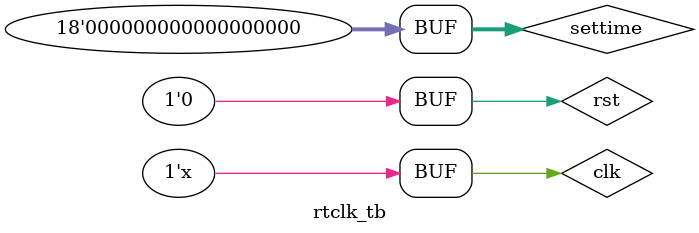
<source format=v>
`timescale 1ms / 1ns

module RtClk(HH,mm,ss,clk,rst,settime);
output reg [5:0]ss,mm;
output reg [4:0]HH;
input clk,rst;
input [17:0]settime;

always @(posedge clk or posedge rst) begin
if(rst)
	{HH,mm,ss}<=17'b0;
else if(settime) 
	{HH,mm,ss}<=settime;
else
	if(ss<6'd59)
		ss<=ss+1;
	else begin
		ss<=0;
		mm<=mm+1;
		if(mm<6'd59)
			mm<=mm+1;
		else begin
			mm<=0;
			HH<=HH+1;
			if(HH<5'd23)
				HH<=HH+1;
			else
				HH<=0;
			ss<=6'b0;
		end
	end
end
endmodule


module rtclk_tb;

reg clk;
reg rst;
reg [17:0] settime;

wire [4:0] HH;
wire [5:0] mm;
wire [5:0] ss;

RtClk uut (.HH(HH),.mm(mm),.ss(ss),.clk(clk),.rst(rst),.settime(settime));
always #500 clk=~clk;
initial begin
$monitor("#%0d => Current Time = %2d hours %2d minutes %2dseconds",$time,HH,mm,ss);
clk = 0;
rst = 1;
settime = 0;
#1000;
rst = 0;
settime = 7'b10111111010011110;
#1000;
settime = 0;
rst = 0;
#1000;
end

endmodule

</source>
